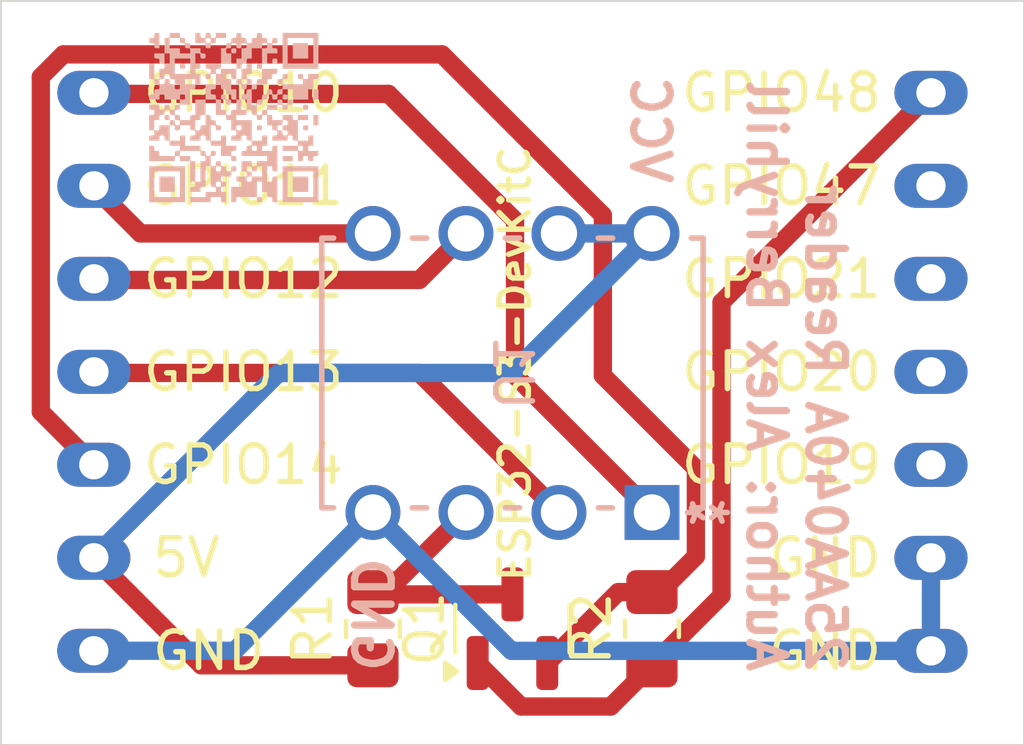
<source format=kicad_pcb>
(kicad_pcb (version 20240108) (generator "pcbnew") (generator_version "8.0")
  (layers (0 "F.Cu" signal) (31 "B.Cu" signal) (34 "B.Paste" user) (35 "F.Paste" user) (36 "B.SilkS" user "B.Silkscreen") (37 "F.SilkS" user "F.Silkscreen") (38 "B.Mask" user) (39 "F.Mask" user) (44 "Edge.Cuts" user))
  (net 0 "")
  (net 2 "MISO")
  (net 6 "SCK")
  (net 7 "CS")
  (net 8 "MOSI")
  (net 9 "+5V")
  (net 10 "GND")
  (net 11 "LVWP")
  (net 12 "HVWP")
  (net 13 "+3V3")
  (footprint "Package_TO_SOT_SMD:SOT-23" (layer "F.Cu") (at 119.38 102.87 90)
    (property "Reference" "Q1" (at 0 -2.4 90) (layer "F.SilkS"))
    (property "Value" "BSS138")
    (pad "1" smd roundrect (at -0.9375 -0.95 90) (size 1.475 0.6) (layers "F.Cu" "F.Paste" "F.Mask") (net 13 "+3V3"))
    (pad "2" smd roundrect (at -0.9375 0.95 90) (size 1.475 0.6) (layers "F.Cu" "F.Paste" "F.Mask") (net 11 "LVWP"))
    (pad "3" smd roundrect (at 0.9375 0 90) (size 1.475 0.6) (layers "F.Cu" "F.Paste" "F.Mask") (net 12 "HVWP"))
  )
  (footprint "Resistor_SMD:R_0805_2012Metric_Pad1.20x1.40mm_HandSolder" (layer "F.Cu") (at 123.19 102.87 90)
    (property "Reference" "R2" (at 0 -1.65 90) (layer "F.SilkS"))
    (property "Value" "R_US")
    (pad "1" smd roundrect (at -1 0 90) (size 1.2 1.4) (layers "F.Cu" "F.Paste" "F.Mask") (roundrect_rratio 0.208333) (net 13 "+3V3"))
    (pad "2" smd roundrect (at 1 0 90) (size 1.2 1.4) (layers "F.Cu" "F.Paste" "F.Mask") (roundrect_rratio 0.208333) (net 11 "LVWP"))
  )
  (footprint "Resistor_SMD:R_0805_2012Metric_Pad1.20x1.40mm_HandSolder" (layer "F.Cu") (at 115.57 102.87 90)
    (property "Reference" "R1" (at 0 -1.65 90) (layer "F.SilkS"))
    (property "Value" "R_US")
    (pad "1" smd roundrect (at -1 0 90) (size 1.2 1.4) (layers "F.Cu" "F.Paste" "F.Mask") (roundrect_rratio 0.208333) (net 9 "+5V"))
    (pad "2" smd roundrect (at 1 0 90) (size 1.2 1.4) (layers "F.Cu" "F.Paste" "F.Mask") (roundrect_rratio 0.208333) (net 12 "HVWP"))
  )
  (footprint "PCM_Espressif:ESP32-S3-DevKitC" (layer "F.Cu") (at 107.95 88.135)
    (property "Reference" "U2" (hide yes))
    (property "Value" "ESP32-S3-DevKitC" (at 11.5 7.5 90) (layer "F.SilkS") (effects (font (size 0.8 0.8))))
    (fp_text user "GPIO11" (at 1.27 2.64 0) (layer "F.SilkS") (effects (justify left)))
    (fp_text user "GPIO12" (at 1.27 5.18 0) (layer "F.SilkS") (effects (justify left)))
    (fp_text user "GND" (at 1.52032 15.33728 0) (layer "F.SilkS") (effects (justify left)))
    (fp_text user "GND" (at 21.59 15.34 0) (layer "F.SilkS") (effects (justify right)))
    (fp_text user "GPIO10" (at 1.27 0.1 0) (layer "F.SilkS") (effects (justify left)))
    (fp_text user "GPIO20" (at 21.59 7.72 0) (layer "F.SilkS") (effects (justify right)))
    (fp_text user "GPIO13" (at 1.27 7.72 0) (layer "F.SilkS") (effects (justify left)))
    (fp_text user "GPIO19" (at 21.59 10.26 0) (layer "F.SilkS") (effects (justify right)))
    (fp_text user "GPIO47" (at 21.59 2.64 0) (layer "F.SilkS") (effects (justify right)))
    (fp_text user "GPIO21" (at 21.59 5.18 0) (layer "F.SilkS") (effects (justify right)))
    (fp_text user "GND" (at 21.59 12.8 0) (layer "F.SilkS") (effects (justify right)))
    (fp_text user "5V" (at 1.52032 12.79728 0) (layer "F.SilkS") (effects (justify left)))
    (fp_text user "GPIO14" (at 1.27 10.26 0) (layer "F.SilkS") (effects (justify left)))
    (fp_text user "GPIO48" (at 21.59 0.1 0) (layer "F.SilkS") (effects (justify right)))
    (pad "16" thru_hole oval (at 0 0.1 270) (size 1.2 2) (drill 0.8) (layers "*.Cu" "*.Mask") (net 7 "CS"))
    (pad "17" thru_hole oval (at 0 2.64 270) (size 1.2 2) (drill 0.8) (layers "*.Cu" "*.Mask") (net 8 "MOSI"))
    (pad "18" thru_hole oval (at 0 5.18 270) (size 1.2 2) (drill 0.8) (layers "*.Cu" "*.Mask") (net 6 "SCK"))
    (pad "19" thru_hole oval (at 0 7.72 270) (size 1.2 2) (drill 0.8) (layers "*.Cu" "*.Mask") (net 2 "MISO"))
    (pad "20" thru_hole oval (at -0.00368 10.25728 270) (size 1.2 2) (drill 0.8) (layers "*.Cu" "*.Mask") (net 11 "LVWP"))
    (pad "21" thru_hole oval (at -0.00368 12.79728 270) (size 1.2 2) (drill 0.8) (layers "*.Cu" "*.Mask") (net 9 "+5V"))
    (pad "22" thru_hole oval (at -0.00368 15.33728 270) (size 1.2 2) (drill 0.8) (layers "*.Cu" "*.Mask") (net 10 "GND"))
    (pad "23" thru_hole oval (at 22.86 15.34 270) (size 1.2 2) (drill 0.8) (layers "*.Cu" "*.Mask") (net 10 "GND"))
    (pad "24" thru_hole oval (at 22.86 12.8 270) (size 1.2 2) (drill 0.8) (layers "*.Cu" "*.Mask") (net 10 "GND"))
    (pad "25" thru_hole oval (at 22.86 10.26 270) (size 1.2 2) (drill 0.8) (layers "*.Cu" "*.Mask"))
    (pad "26" thru_hole oval (at 22.86 7.72 270) (size 1.2 2) (drill 0.8) (layers "*.Cu" "*.Mask"))
    (pad "27" thru_hole oval (at 22.86 5.18 270) (size 1.2 2) (drill 0.8) (layers "*.Cu" "*.Mask"))
    (pad "28" thru_hole oval (at 22.86 2.64 270) (size 1.2 2) (drill 0.8) (layers "*.Cu" "*.Mask"))
    (pad "29" thru_hole oval (at 22.86 0.1 270) (size 1.2 2) (drill 0.8) (layers "*.Cu" "*.Mask") (net 13 "+3V3"))
  )
  (footprint "LOGO" (layer "B.Cu") (at 111.76 88.9 90)
    (property "Reference" "G***" (hide yes))
    (property "Value" "LOGO" (hide yes))
  )
  (footprint "footprints:PDIP8_300MC_MCH" (layer "B.Cu") (at 123.19 99.695 90)
    (property "Reference" "U1" (at 3.81 -3.81 -90) (layer "B.SilkS") (effects (justify mirror)))
    (property "Value" "25aa040a-i/p")
    (fp_text user "*" (at 0 1.5113 -90) (layer "B.SilkS") (effects (justify mirror)))
    (fp_text user "*" (at 0 1.5113 -90) (layer "B.SilkS") (effects (justify mirror)))
    (pad "1" thru_hole rect (at 0 0 90) (size 1.4986 1.4986) (drill 0.9906) (layers "*.Cu" "*.Mask") (net 7 "CS"))
    (pad "2" thru_hole circle (at 0 -2.54 90) (size 1.4986 1.4986) (drill 0.9906) (layers "*.Cu" "*.Mask") (net 2 "MISO"))
    (pad "3" thru_hole circle (at 0 -5.08 90) (size 1.4986 1.4986) (drill 0.9906) (layers "*.Cu" "*.Mask") (net 12 "HVWP"))
    (pad "4" thru_hole circle (at 0 -7.62 90) (size 1.4986 1.4986) (drill 0.9906) (layers "*.Cu" "*.Mask") (net 10 "GND"))
    (pad "5" thru_hole circle (at 7.62 -7.62 90) (size 1.4986 1.4986) (drill 0.9906) (layers "*.Cu" "*.Mask") (net 8 "MOSI"))
    (pad "6" thru_hole circle (at 7.62 -5.08 90) (size 1.4986 1.4986) (drill 0.9906) (layers "*.Cu" "*.Mask") (net 6 "SCK"))
    (pad "7" thru_hole circle (at 7.62 -2.54 90) (size 1.4986 1.4986) (drill 0.9906) (layers "*.Cu" "*.Mask") (net 9 "+5V"))
    (pad "8" thru_hole circle (at 7.62 0 90) (size 1.4986 1.4986) (drill 0.9906) (layers "*.Cu" "*.Mask") (net 9 "+5V"))
  )
  (gr_rect (start 105.41 85.725) (end 133.35 106.045) (stroke (width 0.05)) (fill none) (layer "Edge.Cuts"))
  (gr_text "25AA040A Reader\nAuthor: Alex Berryhill" (at 125.73 104.14 -90) (layer "B.SilkS") (effects (font (size 1 1) (thickness 0.2) (bold yes)) (justify left bottom mirror)))
  (gr_text "GND" (at 114.935 104.14 -90) (layer "B.SilkS") (effects (font (size 1 1) (thickness 0.2) (bold yes)) (justify left bottom mirror)))
  (gr_text "VCC" (at 122.555 90.805 270) (layer "B.SilkS") (effects (font (size 1 1) (thickness 0.2) (bold yes)) (justify left bottom mirror)))
  (segment (start 116.84 95.885) (end 107.95 95.885) (width 0.5) (layer "F.Cu") (net 2))
  (segment (start 120.65 99.695) (end 116.84 95.885) (width 0.5) (layer "F.Cu") (net 2))
  (segment (start 116.84 93.345) (end 107.95 93.345) (width 0.5) (layer "F.Cu") (net 6))
  (segment (start 118.11 92.075) (end 116.84 93.345) (width 0.5) (layer "F.Cu") (net 6))
  (segment (start 115.996067 88.265) (end 107.95 88.265) (width 0.5) (layer "F.Cu") (net 7))
  (segment (start 119.4507 91.719633) (end 115.996067 88.265) (width 0.5) (layer "F.Cu") (net 7))
  (segment (start 119.4507 95.9557) (end 119.4507 91.719633) (width 0.5) (layer "F.Cu") (net 7))
  (segment (start 123.19 99.695) (end 119.4507 95.9557) (width 0.5) (layer "F.Cu") (net 7))
  (segment (start 115.57 92.075) (end 109.22 92.075) (width 0.5) (layer "F.Cu") (net 8))
  (segment (start 109.22 92.075) (end 107.95 90.805) (width 0.5) (layer "F.Cu") (net 8))
  (segment (start 110.88404 103.87) (end 107.94632 100.93228) (width 0.5) (layer "F.Cu") (net 9))
  (segment (start 115.57 103.87) (end 110.88404 103.87) (width 0.5) (layer "F.Cu") (net 9))
  (segment (start 123.19 92.075) (end 119.38 95.885) (width 0.5) (layer "B.Cu") (net 9))
  (segment (start 112.9936 95.885) (end 107.94632 100.93228) (width 0.5) (layer "B.Cu") (net 9))
  (segment (start 120.65 92.075) (end 123.19 92.075) (width 0.5) (layer "B.Cu") (net 9))
  (segment (start 119.38 95.885) (end 112.9936 95.885) (width 0.5) (layer "B.Cu") (net 9))
  (segment (start 119.35 103.475) (end 130.81 103.475) (width 0.5) (layer "B.Cu") (net 10))
  (segment (start 130.81 100.935) (end 130.81 103.475) (width 0.5) (layer "B.Cu") (net 10))
  (segment (start 115.57 99.695) (end 111.79272 103.47228) (width 0.5) (layer "B.Cu") (net 10))
  (segment (start 111.79272 103.47228) (end 107.94632 103.47228) (width 0.5) (layer "B.Cu") (net 10))
  (segment (start 115.57 99.695) (end 119.35 103.475) (width 0.5) (layer "B.Cu") (net 10))
  (segment (start 117.456067 87.185) (end 121.8493 91.578233) (width 0.5) (layer "F.Cu") (net 11))
  (segment (start 106.5 87.800076) (end 107.115076 87.185) (width 0.5) (layer "F.Cu") (net 11))
  (segment (start 122.2675 101.87) (end 120.33 103.8075) (width 0.5) (layer "F.Cu") (net 11))
  (segment (start 107.115076 87.185) (end 117.456067 87.185) (width 0.5) (layer "F.Cu") (net 11))
  (segment (start 123.4136 101.87) (end 123.19 101.87) (width 0.5) (layer "F.Cu") (net 11))
  (segment (start 124.3893 98.4957) (end 124.3893 100.8943) (width 0.5) (layer "F.Cu") (net 11))
  (segment (start 106.5 96.94596) (end 106.5 87.800076) (width 0.5) (layer "F.Cu") (net 11))
  (segment (start 107.94632 98.39228) (end 106.5 96.94596) (width 0.5) (layer "F.Cu") (net 11))
  (segment (start 124.3893 100.8943) (end 123.4136 101.87) (width 0.5) (layer "F.Cu") (net 11))
  (segment (start 123.19 101.87) (end 122.2675 101.87) (width 0.5) (layer "F.Cu") (net 11))
  (segment (start 121.8493 95.9557) (end 124.3893 98.4957) (width 0.5) (layer "F.Cu") (net 11))
  (segment (start 121.8493 91.578233) (end 121.8493 95.9557) (width 0.5) (layer "F.Cu") (net 11))
  (segment (start 115.935 101.87) (end 117.615025 100.189975) (width 0.5) (layer "F.Cu") (net 12))
  (segment (start 115.57 101.87) (end 115.935 101.87) (width 0.5) (layer "F.Cu") (net 12))
  (segment (start 115.6325 101.9325) (end 115.57 101.87) (width 0.5) (layer "F.Cu") (net 12))
  (segment (start 119.38 101.9325) (end 115.6325 101.9325) (width 0.5) (layer "F.Cu") (net 12))
  (segment (start 119.6175 104.995) (end 122.065 104.995) (width 0.5) (layer "F.Cu") (net 13))
  (segment (start 122.065 104.995) (end 123.19 103.87) (width 0.5) (layer "F.Cu") (net 13))
  (segment (start 125.0893 101.9707) (end 125.0893 93.9557) (width 0.5) (layer "F.Cu") (net 13))
  (segment (start 123.19 103.87) (end 125.0893 101.9707) (width 0.5) (layer "F.Cu") (net 13))
  (segment (start 118.43 103.8075) (end 119.6175 104.995) (width 0.5) (layer "F.Cu") (net 13))
  (segment (start 125.0893 93.9557) (end 130.81 88.235) (width 0.5) (layer "F.Cu") (net 13))
)
</source>
